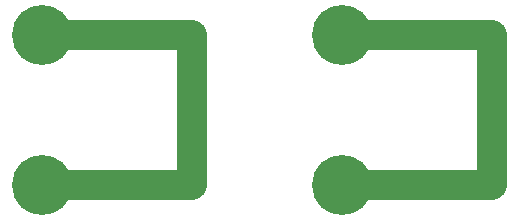
<source format=gtl>
%FSLAX24Y24*%
%MOIN*%
%ADD10C,0.1*%
%ADD11C,0.2*%
%LPD*%
D10*
X2500Y2500D02*
G01*
X7500D01*
Y7500D01*
X2500D01*
D11*
Y2500D03*
Y7500D03*
D10*
X12500Y2500D02*
X17500D01*
Y7500D01*
X12500D01*
D11*
Y2500D03*
Y7500D03*
M02*

</source>
